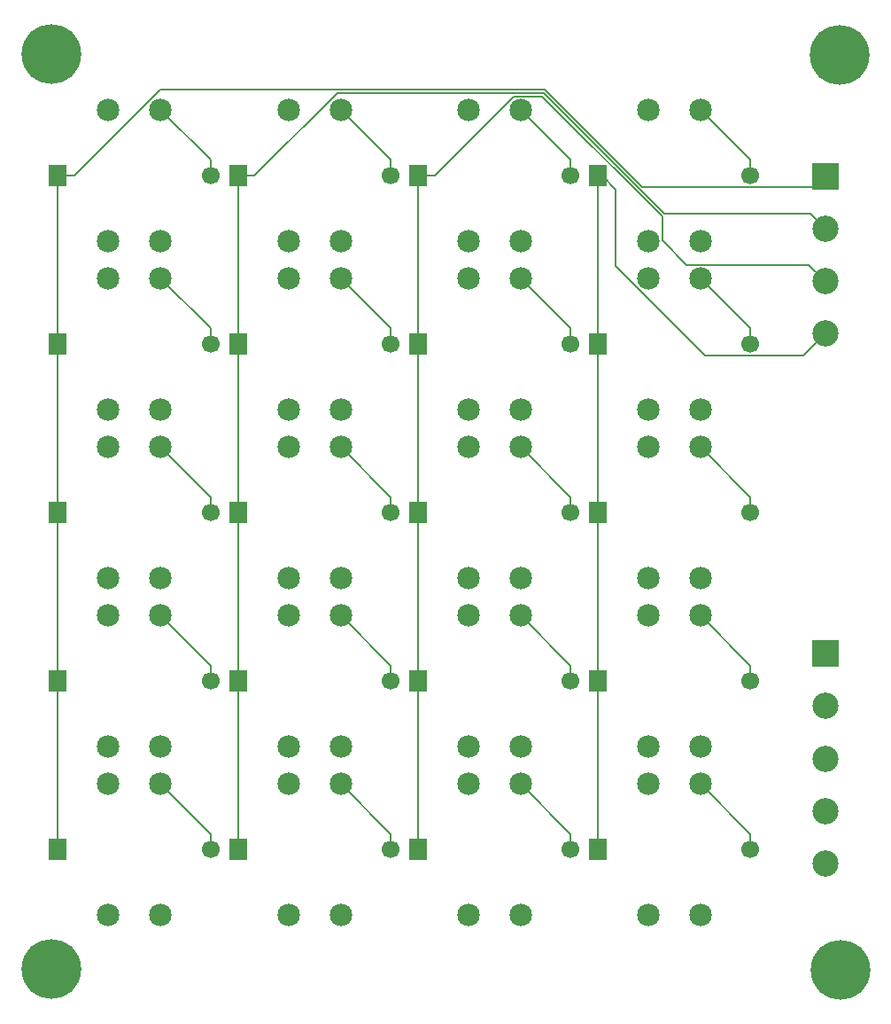
<source format=gbr>
%TF.GenerationSoftware,KiCad,Pcbnew,(5.1.10)-1*%
%TF.CreationDate,2021-10-20T08:10:08-05:00*%
%TF.ProjectId,Mk3,4d6b332e-6b69-4636-9164-5f7063625858,3*%
%TF.SameCoordinates,Original*%
%TF.FileFunction,Copper,L2,Bot*%
%TF.FilePolarity,Positive*%
%FSLAX46Y46*%
G04 Gerber Fmt 4.6, Leading zero omitted, Abs format (unit mm)*
G04 Created by KiCad (PCBNEW (5.1.10)-1) date 2021-10-20 08:10:08*
%MOMM*%
%LPD*%
G01*
G04 APERTURE LIST*
%TA.AperFunction,ComponentPad*%
%ADD10C,5.700000*%
%TD*%
%TA.AperFunction,ComponentPad*%
%ADD11C,2.500000*%
%TD*%
%TA.AperFunction,ComponentPad*%
%ADD12R,2.500000X2.500000*%
%TD*%
%TA.AperFunction,ComponentPad*%
%ADD13C,2.159000*%
%TD*%
%TA.AperFunction,ComponentPad*%
%ADD14C,1.700000*%
%TD*%
%TA.AperFunction,ComponentPad*%
%ADD15R,1.700000X2.000000*%
%TD*%
%TA.AperFunction,Conductor*%
%ADD16C,0.152400*%
%TD*%
G04 APERTURE END LIST*
D10*
%TO.P,REF\u002A\u002A,1*%
%TO.N,N/C*%
X178163220Y-148356320D03*
%TD*%
%TO.P,REF\u002A\u002A,1*%
%TO.N,N/C*%
X102765860Y-148290280D03*
%TD*%
%TO.P,REF\u002A\u002A,1*%
%TO.N,N/C*%
X102725220Y-60906660D03*
%TD*%
%TO.P,REF\u002A\u002A,1*%
%TO.N,N/C*%
X178122580Y-60972700D03*
%TD*%
D11*
%TO.P,ST-ROW-1,5*%
%TO.N,Net-(ST-ROW-1-Pad5)*%
X176743360Y-138181120D03*
%TO.P,ST-ROW-1,4*%
%TO.N,Net-(ST-ROW-1-Pad4)*%
X176743360Y-133181120D03*
%TO.P,ST-ROW-1,3*%
%TO.N,Net-(ST-ROW-1-Pad3)*%
X176743360Y-128181120D03*
%TO.P,ST-ROW-1,2*%
%TO.N,Net-(ST-ROW-1-Pad2)*%
X176743360Y-123181120D03*
D12*
%TO.P,ST-ROW-1,1*%
%TO.N,Net-(ST-ROW-1-Pad1)*%
X176743360Y-118181120D03*
%TD*%
D11*
%TO.P,ST-COL-1,4*%
%TO.N,Net-(DO-12-Pad1)*%
X176743360Y-87605900D03*
%TO.P,ST-COL-1,3*%
%TO.N,Net-(DO-11-Pad1)*%
X176743360Y-82605900D03*
%TO.P,ST-COL-1,2*%
%TO.N,Net-(DO-10-Pad1)*%
X176743360Y-77605900D03*
D12*
%TO.P,ST-COL-1,1*%
%TO.N,Net-(DO-1-Pad1)*%
X176743360Y-72605900D03*
%TD*%
D13*
%TO.P,TS-20,1*%
%TO.N,Net-(DO-20-Pad2)*%
X164822800Y-130605740D03*
%TO.P,TS-20,2*%
%TO.N,N/C*%
X164822800Y-143102540D03*
%TO.P,TS-20,3*%
%TO.N,Net-(ST-ROW-1-Pad5)*%
X159824080Y-130605740D03*
%TO.P,TS-20,4*%
%TO.N,N/C*%
X159824080Y-143102540D03*
%TD*%
%TO.P,TS-19,1*%
%TO.N,Net-(DO-19-Pad2)*%
X147617800Y-130605740D03*
%TO.P,TS-19,2*%
%TO.N,N/C*%
X147617800Y-143102540D03*
%TO.P,TS-19,3*%
%TO.N,Net-(ST-ROW-1-Pad5)*%
X142619080Y-130605740D03*
%TO.P,TS-19,4*%
%TO.N,N/C*%
X142619080Y-143102540D03*
%TD*%
%TO.P,TS-18,1*%
%TO.N,Net-(DO-18-Pad2)*%
X130412800Y-130605740D03*
%TO.P,TS-18,2*%
%TO.N,N/C*%
X130412800Y-143102540D03*
%TO.P,TS-18,3*%
%TO.N,Net-(ST-ROW-1-Pad5)*%
X125414080Y-130605740D03*
%TO.P,TS-18,4*%
%TO.N,N/C*%
X125414080Y-143102540D03*
%TD*%
%TO.P,TS-17,1*%
%TO.N,Net-(DO-17-Pad2)*%
X113207800Y-130605740D03*
%TO.P,TS-17,2*%
%TO.N,N/C*%
X113207800Y-143102540D03*
%TO.P,TS-17,3*%
%TO.N,Net-(ST-ROW-1-Pad5)*%
X108209080Y-130605740D03*
%TO.P,TS-17,4*%
%TO.N,N/C*%
X108209080Y-143102540D03*
%TD*%
%TO.P,TS-16,1*%
%TO.N,Net-(DO-16-Pad2)*%
X164822800Y-114515740D03*
%TO.P,TS-16,2*%
%TO.N,N/C*%
X164822800Y-127012540D03*
%TO.P,TS-16,3*%
%TO.N,Net-(ST-ROW-1-Pad4)*%
X159824080Y-114515740D03*
%TO.P,TS-16,4*%
%TO.N,N/C*%
X159824080Y-127012540D03*
%TD*%
%TO.P,TS-15,1*%
%TO.N,Net-(DO-15-Pad2)*%
X147617800Y-114515740D03*
%TO.P,TS-15,2*%
%TO.N,N/C*%
X147617800Y-127012540D03*
%TO.P,TS-15,3*%
%TO.N,Net-(ST-ROW-1-Pad4)*%
X142619080Y-114515740D03*
%TO.P,TS-15,4*%
%TO.N,N/C*%
X142619080Y-127012540D03*
%TD*%
%TO.P,TS-14,1*%
%TO.N,Net-(DO-14-Pad2)*%
X130412800Y-114515740D03*
%TO.P,TS-14,2*%
%TO.N,N/C*%
X130412800Y-127012540D03*
%TO.P,TS-14,3*%
%TO.N,Net-(ST-ROW-1-Pad4)*%
X125414080Y-114515740D03*
%TO.P,TS-14,4*%
%TO.N,N/C*%
X125414080Y-127012540D03*
%TD*%
%TO.P,TS-13,1*%
%TO.N,Net-(DO-13-Pad2)*%
X113207800Y-114515740D03*
%TO.P,TS-13,2*%
%TO.N,N/C*%
X113207800Y-127012540D03*
%TO.P,TS-13,3*%
%TO.N,Net-(ST-ROW-1-Pad4)*%
X108209080Y-114515740D03*
%TO.P,TS-13,4*%
%TO.N,N/C*%
X108209080Y-127012540D03*
%TD*%
%TO.P,TS-12,1*%
%TO.N,Net-(DO-12-Pad2)*%
X164822800Y-98425740D03*
%TO.P,TS-12,2*%
%TO.N,N/C*%
X164822800Y-110922540D03*
%TO.P,TS-12,3*%
%TO.N,Net-(ST-ROW-1-Pad3)*%
X159824080Y-98425740D03*
%TO.P,TS-12,4*%
%TO.N,N/C*%
X159824080Y-110922540D03*
%TD*%
%TO.P,TS-11,1*%
%TO.N,Net-(DO-11-Pad2)*%
X147617800Y-98425740D03*
%TO.P,TS-11,2*%
%TO.N,N/C*%
X147617800Y-110922540D03*
%TO.P,TS-11,3*%
%TO.N,Net-(ST-ROW-1-Pad3)*%
X142619080Y-98425740D03*
%TO.P,TS-11,4*%
%TO.N,N/C*%
X142619080Y-110922540D03*
%TD*%
%TO.P,TS-10,1*%
%TO.N,Net-(DO-10-Pad2)*%
X130412800Y-98425740D03*
%TO.P,TS-10,2*%
%TO.N,N/C*%
X130412800Y-110922540D03*
%TO.P,TS-10,3*%
%TO.N,Net-(ST-ROW-1-Pad3)*%
X125414080Y-98425740D03*
%TO.P,TS-10,4*%
%TO.N,N/C*%
X125414080Y-110922540D03*
%TD*%
%TO.P,TS-9,1*%
%TO.N,Net-(DO-9-Pad2)*%
X113207800Y-98425740D03*
%TO.P,TS-9,2*%
%TO.N,N/C*%
X113207800Y-110922540D03*
%TO.P,TS-9,3*%
%TO.N,Net-(ST-ROW-1-Pad3)*%
X108209080Y-98425740D03*
%TO.P,TS-9,4*%
%TO.N,N/C*%
X108209080Y-110922540D03*
%TD*%
%TO.P,TS-8,1*%
%TO.N,Net-(DO-8-Pad2)*%
X164822800Y-82335740D03*
%TO.P,TS-8,2*%
%TO.N,N/C*%
X164822800Y-94832540D03*
%TO.P,TS-8,3*%
%TO.N,Net-(ST-ROW-1-Pad2)*%
X159824080Y-82335740D03*
%TO.P,TS-8,4*%
%TO.N,N/C*%
X159824080Y-94832540D03*
%TD*%
%TO.P,TS-7,1*%
%TO.N,Net-(DO-7-Pad2)*%
X147617800Y-82335740D03*
%TO.P,TS-7,2*%
%TO.N,N/C*%
X147617800Y-94832540D03*
%TO.P,TS-7,3*%
%TO.N,Net-(ST-ROW-1-Pad2)*%
X142619080Y-82335740D03*
%TO.P,TS-7,4*%
%TO.N,N/C*%
X142619080Y-94832540D03*
%TD*%
%TO.P,TS-6,1*%
%TO.N,Net-(DO-6-Pad2)*%
X130412800Y-82335740D03*
%TO.P,TS-6,2*%
%TO.N,N/C*%
X130412800Y-94832540D03*
%TO.P,TS-6,3*%
%TO.N,Net-(ST-ROW-1-Pad2)*%
X125414080Y-82335740D03*
%TO.P,TS-6,4*%
%TO.N,N/C*%
X125414080Y-94832540D03*
%TD*%
%TO.P,TS-5,1*%
%TO.N,Net-(DO-5-Pad2)*%
X113207800Y-82335740D03*
%TO.P,TS-5,2*%
%TO.N,N/C*%
X113207800Y-94832540D03*
%TO.P,TS-5,3*%
%TO.N,Net-(ST-ROW-1-Pad2)*%
X108209080Y-82335740D03*
%TO.P,TS-5,4*%
%TO.N,N/C*%
X108209080Y-94832540D03*
%TD*%
%TO.P,TS-4,1*%
%TO.N,Net-(DO-4-Pad2)*%
X164822800Y-66245740D03*
%TO.P,TS-4,2*%
%TO.N,N/C*%
X164822800Y-78742540D03*
%TO.P,TS-4,3*%
%TO.N,Net-(ST-ROW-1-Pad1)*%
X159824080Y-66245740D03*
%TO.P,TS-4,4*%
%TO.N,N/C*%
X159824080Y-78742540D03*
%TD*%
%TO.P,TS-3,1*%
%TO.N,Net-(DO-3-Pad2)*%
X147617800Y-66245740D03*
%TO.P,TS-3,2*%
%TO.N,N/C*%
X147617800Y-78742540D03*
%TO.P,TS-3,3*%
%TO.N,Net-(ST-ROW-1-Pad1)*%
X142619080Y-66245740D03*
%TO.P,TS-3,4*%
%TO.N,N/C*%
X142619080Y-78742540D03*
%TD*%
%TO.P,TS-2,1*%
%TO.N,Net-(DO-2-Pad2)*%
X130412800Y-66245740D03*
%TO.P,TS-2,2*%
%TO.N,N/C*%
X130412800Y-78742540D03*
%TO.P,TS-2,3*%
%TO.N,Net-(ST-ROW-1-Pad1)*%
X125414080Y-66245740D03*
%TO.P,TS-2,4*%
%TO.N,N/C*%
X125414080Y-78742540D03*
%TD*%
D14*
%TO.P,DO-20,2*%
%TO.N,Net-(DO-20-Pad2)*%
X169598600Y-136894780D03*
D15*
%TO.P,DO-20,1*%
%TO.N,Net-(DO-12-Pad1)*%
X154998600Y-136894780D03*
%TD*%
D14*
%TO.P,DO-19,2*%
%TO.N,Net-(DO-19-Pad2)*%
X152393600Y-136894780D03*
D15*
%TO.P,DO-19,1*%
%TO.N,Net-(DO-11-Pad1)*%
X137793600Y-136894780D03*
%TD*%
D14*
%TO.P,DO-18,2*%
%TO.N,Net-(DO-18-Pad2)*%
X135188600Y-136894780D03*
D15*
%TO.P,DO-18,1*%
%TO.N,Net-(DO-10-Pad1)*%
X120588600Y-136894780D03*
%TD*%
D14*
%TO.P,DO-17,2*%
%TO.N,Net-(DO-17-Pad2)*%
X117983600Y-136894780D03*
D15*
%TO.P,DO-17,1*%
%TO.N,Net-(DO-1-Pad1)*%
X103383600Y-136894780D03*
%TD*%
D14*
%TO.P,DO-16,2*%
%TO.N,Net-(DO-16-Pad2)*%
X169598600Y-120804780D03*
D15*
%TO.P,DO-16,1*%
%TO.N,Net-(DO-12-Pad1)*%
X154998600Y-120804780D03*
%TD*%
D14*
%TO.P,DO-15,2*%
%TO.N,Net-(DO-15-Pad2)*%
X152393600Y-120804780D03*
D15*
%TO.P,DO-15,1*%
%TO.N,Net-(DO-11-Pad1)*%
X137793600Y-120804780D03*
%TD*%
D14*
%TO.P,DO-14,2*%
%TO.N,Net-(DO-14-Pad2)*%
X135188600Y-120804780D03*
D15*
%TO.P,DO-14,1*%
%TO.N,Net-(DO-10-Pad1)*%
X120588600Y-120804780D03*
%TD*%
D14*
%TO.P,DO-13,2*%
%TO.N,Net-(DO-13-Pad2)*%
X117983600Y-120804780D03*
D15*
%TO.P,DO-13,1*%
%TO.N,Net-(DO-1-Pad1)*%
X103383600Y-120804780D03*
%TD*%
D14*
%TO.P,DO-12,2*%
%TO.N,Net-(DO-12-Pad2)*%
X169598600Y-104714780D03*
D15*
%TO.P,DO-12,1*%
%TO.N,Net-(DO-12-Pad1)*%
X154998600Y-104714780D03*
%TD*%
D14*
%TO.P,DO-11,2*%
%TO.N,Net-(DO-11-Pad2)*%
X152393600Y-104714780D03*
D15*
%TO.P,DO-11,1*%
%TO.N,Net-(DO-11-Pad1)*%
X137793600Y-104714780D03*
%TD*%
D14*
%TO.P,DO-10,2*%
%TO.N,Net-(DO-10-Pad2)*%
X135188600Y-104714780D03*
D15*
%TO.P,DO-10,1*%
%TO.N,Net-(DO-10-Pad1)*%
X120588600Y-104714780D03*
%TD*%
D14*
%TO.P,DO-9,2*%
%TO.N,Net-(DO-9-Pad2)*%
X117983600Y-104714780D03*
D15*
%TO.P,DO-9,1*%
%TO.N,Net-(DO-1-Pad1)*%
X103383600Y-104714780D03*
%TD*%
D14*
%TO.P,DO-8,2*%
%TO.N,Net-(DO-8-Pad2)*%
X169598600Y-88624780D03*
D15*
%TO.P,DO-8,1*%
%TO.N,Net-(DO-12-Pad1)*%
X154998600Y-88624780D03*
%TD*%
D14*
%TO.P,DO-7,2*%
%TO.N,Net-(DO-7-Pad2)*%
X152393600Y-88624780D03*
D15*
%TO.P,DO-7,1*%
%TO.N,Net-(DO-11-Pad1)*%
X137793600Y-88624780D03*
%TD*%
D14*
%TO.P,DO-6,2*%
%TO.N,Net-(DO-6-Pad2)*%
X135188600Y-88624780D03*
D15*
%TO.P,DO-6,1*%
%TO.N,Net-(DO-10-Pad1)*%
X120588600Y-88624780D03*
%TD*%
D14*
%TO.P,DO-5,2*%
%TO.N,Net-(DO-5-Pad2)*%
X117983600Y-88624780D03*
D15*
%TO.P,DO-5,1*%
%TO.N,Net-(DO-1-Pad1)*%
X103383600Y-88624780D03*
%TD*%
D14*
%TO.P,DO-4,2*%
%TO.N,Net-(DO-4-Pad2)*%
X169598600Y-72534780D03*
D15*
%TO.P,DO-4,1*%
%TO.N,Net-(DO-12-Pad1)*%
X154998600Y-72534780D03*
%TD*%
D14*
%TO.P,DO-3,2*%
%TO.N,Net-(DO-3-Pad2)*%
X152393600Y-72534780D03*
D15*
%TO.P,DO-3,1*%
%TO.N,Net-(DO-11-Pad1)*%
X137793600Y-72534780D03*
%TD*%
D14*
%TO.P,DO-2,2*%
%TO.N,Net-(DO-2-Pad2)*%
X135188600Y-72534780D03*
D15*
%TO.P,DO-2,1*%
%TO.N,Net-(DO-10-Pad1)*%
X120588600Y-72534780D03*
%TD*%
D13*
%TO.P,TS-1,4*%
%TO.N,N/C*%
X108209080Y-78742540D03*
%TO.P,TS-1,3*%
%TO.N,Net-(ST-ROW-1-Pad1)*%
X108209080Y-66245740D03*
%TO.P,TS-1,2*%
%TO.N,N/C*%
X113207800Y-78742540D03*
%TO.P,TS-1,1*%
%TO.N,Net-(DO-1-Pad2)*%
X113207800Y-66245740D03*
%TD*%
D15*
%TO.P,DO-1,1*%
%TO.N,Net-(DO-1-Pad1)*%
X103383600Y-72534780D03*
D14*
%TO.P,DO-1,2*%
%TO.N,Net-(DO-1-Pad2)*%
X117983600Y-72534780D03*
%TD*%
D16*
%TO.N,Net-(DO-1-Pad2)*%
X117983600Y-71021540D02*
X117983600Y-72534780D01*
X113207800Y-66245740D02*
X117983600Y-71021540D01*
%TO.N,Net-(DO-1-Pad1)*%
X103383600Y-136894780D02*
X103383600Y-120804780D01*
X103383600Y-120804780D02*
X103383600Y-104714780D01*
X103383600Y-104714780D02*
X103383600Y-88624780D01*
X103383600Y-88624780D02*
X103383600Y-72534780D01*
X113189530Y-64328020D02*
X149915454Y-64328020D01*
X104982770Y-72534780D02*
X113189530Y-64328020D01*
X103383600Y-72534780D02*
X104982770Y-72534780D01*
X175735879Y-73613381D02*
X176743360Y-72605900D01*
X159200815Y-73613381D02*
X175735879Y-73613381D01*
X149915454Y-64328020D02*
X159200815Y-73613381D01*
%TO.N,Net-(DO-10-Pad1)*%
X120588600Y-136894780D02*
X120588600Y-120804780D01*
X120588600Y-120804780D02*
X120588600Y-104714780D01*
X120588600Y-104714780D02*
X120588600Y-88624780D01*
X120588600Y-88624780D02*
X120588600Y-72534780D01*
X130089720Y-64632830D02*
X149789198Y-64632830D01*
X122187770Y-72534780D02*
X130089720Y-64632830D01*
X120588600Y-72534780D02*
X122187770Y-72534780D01*
X149789198Y-64632830D02*
X161310648Y-76154280D01*
X175291740Y-76154280D02*
X176743360Y-77605900D01*
X161310648Y-76154280D02*
X175291740Y-76154280D01*
%TO.N,Net-(DO-2-Pad2)*%
X135188600Y-71021540D02*
X135188600Y-72534780D01*
X130412800Y-66245740D02*
X135188600Y-71021540D01*
%TO.N,Net-(DO-11-Pad1)*%
X137793600Y-136894780D02*
X137793600Y-120804780D01*
X137793600Y-120804780D02*
X137793600Y-104714780D01*
X137793600Y-104714780D02*
X137793600Y-88624780D01*
X137793600Y-88624780D02*
X137793600Y-72534780D01*
X149662941Y-64937639D02*
X161142680Y-76417378D01*
X139392770Y-72534780D02*
X146989911Y-64937639D01*
X146989911Y-64937639D02*
X149662941Y-64937639D01*
X137793600Y-72534780D02*
X139392770Y-72534780D01*
X161142680Y-76417378D02*
X161142680Y-78666340D01*
X175165099Y-81027639D02*
X176743360Y-82605900D01*
X163503979Y-81027639D02*
X175165099Y-81027639D01*
X161142680Y-78666340D02*
X163503979Y-81027639D01*
%TO.N,Net-(DO-3-Pad2)*%
X152393600Y-71021540D02*
X152393600Y-72534780D01*
X147617800Y-66245740D02*
X152393600Y-71021540D01*
%TO.N,Net-(DO-12-Pad1)*%
X154998600Y-136894780D02*
X154998600Y-120804780D01*
X154998600Y-120804780D02*
X154998600Y-104714780D01*
X154998600Y-104714780D02*
X154998600Y-88624780D01*
X154998600Y-88624780D02*
X154998600Y-72534780D01*
X154998600Y-72534780D02*
X155384500Y-72534780D01*
X155384500Y-72534780D02*
X156707840Y-73858120D01*
X174645879Y-89703381D02*
X176743360Y-87605900D01*
X165255731Y-89703381D02*
X174645879Y-89703381D01*
X156707840Y-81155490D02*
X165255731Y-89703381D01*
X156707840Y-73858120D02*
X156707840Y-81155490D01*
%TO.N,Net-(DO-4-Pad2)*%
X169598600Y-71021540D02*
X169598600Y-72534780D01*
X164822800Y-66245740D02*
X169598600Y-71021540D01*
%TO.N,Net-(DO-5-Pad2)*%
X117983600Y-87111540D02*
X117983600Y-88624780D01*
X113207800Y-82335740D02*
X117983600Y-87111540D01*
%TO.N,Net-(DO-6-Pad2)*%
X135188600Y-87111540D02*
X135188600Y-88624780D01*
X130412800Y-82335740D02*
X135188600Y-87111540D01*
%TO.N,Net-(DO-7-Pad2)*%
X152393600Y-87111540D02*
X152393600Y-88624780D01*
X147617800Y-82335740D02*
X152393600Y-87111540D01*
%TO.N,Net-(DO-8-Pad2)*%
X169598600Y-87111540D02*
X169598600Y-88624780D01*
X164822800Y-82335740D02*
X169598600Y-87111540D01*
%TO.N,Net-(DO-9-Pad2)*%
X117983600Y-103201540D02*
X117983600Y-104714780D01*
X113207800Y-98425740D02*
X117983600Y-103201540D01*
%TO.N,Net-(DO-10-Pad2)*%
X135188600Y-103201540D02*
X135188600Y-104714780D01*
X130412800Y-98425740D02*
X135188600Y-103201540D01*
%TO.N,Net-(DO-11-Pad2)*%
X152393600Y-103201540D02*
X152393600Y-104714780D01*
X147617800Y-98425740D02*
X152393600Y-103201540D01*
%TO.N,Net-(DO-12-Pad2)*%
X169598600Y-103201540D02*
X169598600Y-104714780D01*
X164822800Y-98425740D02*
X169598600Y-103201540D01*
%TO.N,Net-(DO-13-Pad2)*%
X117983600Y-119291540D02*
X117983600Y-120804780D01*
X113207800Y-114515740D02*
X117983600Y-119291540D01*
%TO.N,Net-(DO-14-Pad2)*%
X135188600Y-119291540D02*
X135188600Y-120804780D01*
X130412800Y-114515740D02*
X135188600Y-119291540D01*
%TO.N,Net-(DO-15-Pad2)*%
X152393600Y-119291540D02*
X152393600Y-120804780D01*
X147617800Y-114515740D02*
X152393600Y-119291540D01*
%TO.N,Net-(DO-16-Pad2)*%
X169598600Y-119291540D02*
X169598600Y-120804780D01*
X164822800Y-114515740D02*
X169598600Y-119291540D01*
%TO.N,Net-(DO-17-Pad2)*%
X117983600Y-135381540D02*
X117983600Y-136894780D01*
X113207800Y-130605740D02*
X117983600Y-135381540D01*
%TO.N,Net-(DO-18-Pad2)*%
X135188600Y-135381540D02*
X135188600Y-136894780D01*
X130412800Y-130605740D02*
X135188600Y-135381540D01*
%TO.N,Net-(DO-19-Pad2)*%
X152393600Y-135381540D02*
X152393600Y-136894780D01*
X147617800Y-130605740D02*
X152393600Y-135381540D01*
%TO.N,Net-(DO-20-Pad2)*%
X169598600Y-135381540D02*
X169598600Y-136894780D01*
X164822800Y-130605740D02*
X169598600Y-135381540D01*
%TD*%
M02*

</source>
